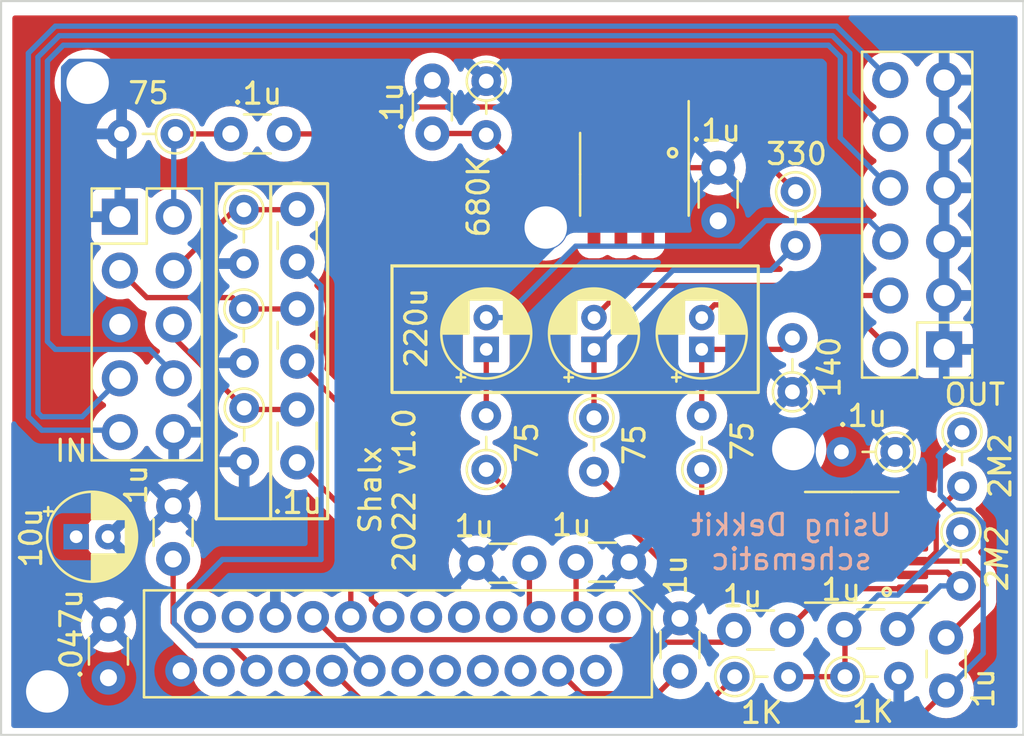
<source format=kicad_pcb>
(kicad_pcb (version 20221018) (generator pcbnew)
  (title_block (title "RGB to Component") (rev "1.0") (company "Shalx"))
  (layers (0 "F.Cu" signal) (31 "B.Cu" signal) (34 "B.Paste" user) (35 "F.Paste" user) (36 "B.SilkS" user "B.Silkscreen") (37 "F.SilkS" user "F.Silkscreen") (38 "B.Mask" user) (39 "F.Mask" user) (44 "Edge.Cuts" user))
  (net 0 "")
  (net 1 "/Sync")
  (net 2 "Net-(U1-Pad2)")
  (net 3 "/R")
  (net 4 "/G")
  (net 5 "/B")
  (net 6 "Net-(C5-Pad1)")
  (net 7 "GND")
  (net 8 "+5V")
  (net 13 "/Laudio")
  (net 14 "/Raudio")
  (net 15 "/Composite")
  (net 16 "/Y")
  (net 17 "/R-Y")
  (net 18 "/B-Y")
  (net 19 "Net-(V1-Pad14)")
  (net 23 "Net-(V1-Pad15)")
  (net 24 "/B-Y Raw")
  (net 25 "/R-Y Raw")
  (net 26 "/B-Y Amp")
  (net 27 "/R-Y Amp")
  (net 28 "/Y Amp")
  (net 29 "Net-(C2-Pad1)")
  (net 30 "Net-(C6-Pad1)")
  (net 31 "/Y+S")
  (net 32 "Net-(C10-Pad1)")
  (net 33 "Net-(V1-Pad20)")
  (net 34 "Net-(V1-Pad4)")
  (net 35 "Net-(V1-Pad5)")
  (net 36 "Net-(V1-Pad3)")
  (net 37 "Net-(C12-Pad2)")
  (net 38 "Net-(C13-Pad2)")
  (net 39 "Net-(C14-Pad2)")
  (net 40 "Net-(U1-Pad1)")
  (net 41 "Net-(V1-Pad16)")
  (net 42 "/Y Raw")
  (footprint "Connector_PinHeader_2.54mm:PinHeader_2x06_P2.54mm_Vertical" (layer "F.Cu") (at 167.005 90.7165 180)
    (fp_text reference "J2" hide)
    (fp_text value "OUTPUT" hide)
    (pad "1" thru_hole rect (at 0 0 180) (size 1.7 1.7) (drill 1) (layers "*.Cu" "*.Mask") (net 7 "GND"))
    (pad "2" thru_hole oval (at 2.54 0 180) (size 1.7 1.7) (drill 1) (layers "*.Cu" "*.Mask") (net 17 "/R-Y"))
    (pad "3" thru_hole oval (at 0 2.54 180) (size 1.7 1.7) (drill 1) (layers "*.Cu" "*.Mask") (net 7 "GND"))
    (pad "4" thru_hole oval (at 2.54 2.54 180) (size 1.7 1.7) (drill 1) (layers "*.Cu" "*.Mask") (net 16 "/Y"))
    (pad "5" thru_hole oval (at 0 5.08 180) (size 1.7 1.7) (drill 1) (layers "*.Cu" "*.Mask") (net 7 "GND"))
    (pad "6" thru_hole oval (at 2.54 5.08 180) (size 1.7 1.7) (drill 1) (layers "*.Cu" "*.Mask") (net 18 "/B-Y"))
    (pad "7" thru_hole oval (at 0 7.62 180) (size 1.7 1.7) (drill 1) (layers "*.Cu" "*.Mask") (net 7 "GND"))
    (pad "8" thru_hole oval (at 2.54 7.62 180) (size 1.7 1.7) (drill 1) (layers "*.Cu" "*.Mask") (net 14 "/Raudio"))
    (pad "9" thru_hole oval (at 0 10.16 180) (size 1.7 1.7) (drill 1) (layers "*.Cu" "*.Mask") (net 7 "GND"))
    (pad "10" thru_hole oval (at 2.54 10.16 180) (size 1.7 1.7) (drill 1) (layers "*.Cu" "*.Mask") (net 13 "/Laudio"))
    (pad "11" thru_hole oval (at 0 12.7 180) (size 1.7 1.7) (drill 1) (layers "*.Cu" "*.Mask") (net 7 "GND"))
    (pad "12" thru_hole oval (at 2.54 12.7 180) (size 1.7 1.7) (drill 1) (layers "*.Cu" "*.Mask") (net 15 "/Composite"))
  )
  (footprint "Package_SO:SO-8_3.9x4.9mm_P1.27mm" (layer "F.Cu") (at 152.4 82.4615 -90)
    (fp_text reference "U1" hide)
    (fp_text value "LM1881")
    (pad "1" smd roundrect (at -2.575 -1.905 270) (size 1.75 0.6) (layers "F.Cu" "F.Paste" "F.Mask") (net 40 "Net-(U1-Pad1)"))
    (pad "2" smd roundrect (at -2.575 -0.635 270) (size 1.75 0.6) (layers "F.Cu" "F.Paste" "F.Mask") (net 2 "Net-(U1-Pad2)"))
    (pad "3" smd roundrect (at -2.575 0.635 270) (size 1.75 0.6) (layers "F.Cu" "F.Paste" "F.Mask"))
    (pad "4" smd roundrect (at -2.575 1.905 270) (size 1.75 0.6) (layers "F.Cu" "F.Paste" "F.Mask") (net 7 "GND"))
    (pad "5" smd roundrect (at 2.575 1.905 270) (size 1.75 0.6) (layers "F.Cu" "F.Paste" "F.Mask"))
    (pad "6" smd roundrect (at 2.575 0.635 270) (size 1.75 0.6) (layers "F.Cu" "F.Paste" "F.Mask") (net 6 "Net-(C5-Pad1)"))
    (pad "7" smd roundrect (at 2.575 -0.635 270) (size 1.75 0.6) (layers "F.Cu" "F.Paste" "F.Mask"))
    (pad "8" smd roundrect (at 2.575 -1.905 270) (size 1.75 0.6) (layers "F.Cu" "F.Paste" "F.Mask") (net 8 "+5V"))
  )
  (footprint "Resistor_THT:R_Axial_DIN0204_L3.6mm_D1.6mm_P2.54mm_Vertical" (layer "F.Cu") (at 133.985 84.13 -90)
    (fp_text reference "R3" hide)
    (fp_text value "100")
    (pad "1" thru_hole circle (at 0 0 270) (size 1.4 1.4) (drill 0.7) (layers "*.Cu" "*.Mask") (net 4 "/G"))
    (pad "2" thru_hole oval (at 2.54 0 270) (size 1.4 1.4) (drill 0.7) (layers "*.Cu" "*.Mask") (net 7 "GND"))
  )
  (footprint "Capacitor_THT:C_Disc_D3.0mm_W1.6mm_P2.50mm" (layer "F.Cu") (at 156.35 82.15 -90)
    (fp_text reference "C18" hide)
    (fp_text value ".1u" (at -1.75 0.1 180) (layer "F.SilkS"))
    (pad "1" thru_hole circle (at 0 0 270) (size 1.6 1.6) (drill 0.8) (layers "*.Cu" "*.Mask") (net 7 "GND"))
    (pad "2" thru_hole circle (at 2.5 0 270) (size 1.6 1.6) (drill 0.8) (layers "*.Cu" "*.Mask") (net 8 "+5V"))
  )
  (footprint "Resistor_THT:R_Axial_DIN0204_L3.6mm_D1.6mm_P2.54mm_Vertical" (layer "F.Cu") (at 130.76 80.5565 180)
    (fp_text reference "R1" hide)
    (fp_text value "75" (at 1.27 1.92) (layer "F.SilkS"))
    (pad "1" thru_hole circle (at 0 0 180) (size 1.4 1.4) (drill 0.7) (layers "*.Cu" "*.Mask") (net 1 "/Sync"))
    (pad "2" thru_hole oval (at 2.54 0 180) (size 1.4 1.4) (drill 0.7) (layers "*.Cu" "*.Mask") (net 7 "GND"))
  )
  (footprint "Resistor_THT:R_Axial_DIN0204_L3.6mm_D1.6mm_P2.54mm_Vertical" (layer "F.Cu") (at 155.575 96.3815 90)
    (fp_text reference "R13" hide)
    (fp_text value "75" (at 1.27 1.92 90) (layer "F.SilkS") (effects (font (thickness 0.15) italic)))
    (pad "1" thru_hole circle (at 0 0 90) (size 1.4 1.4) (drill 0.7) (layers "*.Cu" "*.Mask") (net 27 "/R-Y Amp"))
    (pad "2" thru_hole oval (at 2.54 0 90) (size 1.4 1.4) (drill 0.7) (layers "*.Cu" "*.Mask") (net 32 "Net-(C10-Pad1)"))
  )
  (footprint "Resistor_THT:R_Axial_DIN0204_L3.6mm_D1.6mm_P2.54mm_Vertical" (layer "F.Cu") (at 134 93.48 -90)
    (fp_text reference "R4" hide)
    (fp_text value "75" hide)
    (pad "1" thru_hole circle (at 0 0 270) (size 1.4 1.4) (drill 0.7) (layers "*.Cu" "*.Mask") (net 5 "/B"))
    (pad "2" thru_hole oval (at 2.54 0 270) (size 1.4 1.4) (drill 0.7) (layers "*.Cu" "*.Mask") (net 7 "GND"))
  )
  (footprint "Capacitor_THT:CP_Radial_D4.0mm_P1.50mm" (layer "F.Cu") (at 126.077401 99.55)
    (fp_text reference "C8" hide)
    (fp_text value "10u")
    (pad "1" thru_hole rect (at 0 0) (size 1.2 1.2) (drill 0.6) (layers "*.Cu" "*.Mask") (net 8 "+5V"))
    (pad "2" thru_hole circle (at 1.5 0) (size 1.2 1.2) (drill 0.6) (layers "*.Cu" "*.Mask") (net 7 "GND"))
  )
  (footprint "Resistor_THT:R_Axial_DIN0204_L3.6mm_D1.6mm_P2.54mm_Vertical" (layer "F.Cu") (at 160 83.28 -90)
    (fp_text reference "R6" hide)
    (fp_text value "330" (at -1.78 -0.05) (layer "F.SilkS"))
    (pad "1" thru_hole circle (at 0 0 270) (size 1.4 1.4) (drill 0.7) (layers "*.Cu" "*.Mask") (net 40 "Net-(U1-Pad1)"))
    (pad "2" thru_hole oval (at 2.54 0 270) (size 1.4 1.4) (drill 0.7) (layers "*.Cu" "*.Mask") (net 31 "/Y+S"))
  )
  (footprint "Resistor_THT:R_Axial_DIN0204_L3.6mm_D1.6mm_P2.54mm_Vertical" (layer "F.Cu") (at 162.33 106.15)
    (fp_text reference "R10" hide)
    (fp_text value "1K" (at 1.32 1.65) (layer "F.SilkS"))
    (pad "1" thru_hole circle (at 0 0) (size 1.4 1.4) (drill 0.7) (layers "*.Cu" "*.Mask") (net 42 "/Y Raw"))
    (pad "2" thru_hole oval (at 2.54 0) (size 1.4 1.4) (drill 0.7) (layers "*.Cu" "*.Mask") (net 7 "GND"))
  )
  (footprint "Resistor_THT:R_Axial_DIN0204_L3.6mm_D1.6mm_P2.54mm_Vertical" (layer "F.Cu") (at 167.8 99.33 -90)
    (fp_text reference "R7" hide)
    (fp_text value "2M2" (at 1.27 -1.7 90) (layer "F.SilkS") (effects (font (thickness 0.15) italic)))
    (pad "1" thru_hole circle (at 0 0 270) (size 1.4 1.4) (drill 0.7) (layers "*.Cu" "*.Mask") (net 42 "/Y Raw"))
    (pad "2" thru_hole oval (at 2.54 0 270) (size 1.4 1.4) (drill 0.7) (layers "*.Cu" "*.Mask") (net 38 "Net-(C13-Pad2)"))
  )
  (footprint "Capacitor_THT:C_Disc_D3.0mm_W1.6mm_P2.50mm" (layer "F.Cu") (at 136.5 86.6 90)
    (fp_text reference "C3" hide)
    (fp_text value ".1u")
    (pad "1" thru_hole circle (at 0 0 90) (size 1.6 1.6) (drill 0.8) (layers "*.Cu" "*.Mask") (net 19 "Net-(V1-Pad14)"))
    (pad "2" thru_hole circle (at 2.5 0 90) (size 1.6 1.6) (drill 0.8) (layers "*.Cu" "*.Mask") (net 4 "/G"))
  )
  (footprint "Resistor_THT:R_Axial_DIN0204_L3.6mm_D1.6mm_P2.54mm_Vertical" (layer "F.Cu") (at 164.7 95.55 180)
    (fp_text reference "C19" hide)
    (fp_text value ".1u" (at 1.55 1.7) (layer "F.SilkS"))
    (pad "1" thru_hole circle (at 0 0 180) (size 1.4 1.4) (drill 0.7) (layers "*.Cu" "*.Mask") (net 7 "GND"))
    (pad "2" thru_hole oval (at 2.54 0 180) (size 1.4 1.4) (drill 0.7) (layers "*.Cu" "*.Mask") (net 8 "+5V"))
  )
  (footprint "Resistor_THT:R_Axial_DIN0204_L3.6mm_D1.6mm_P2.54mm_Vertical" (layer "F.Cu") (at 133.985 88.8115 -90)
    (fp_text reference "R2" hide)
    (fp_text value "75" hide)
    (pad "1" thru_hole circle (at 0 0 270) (size 1.4 1.4) (drill 0.7) (layers "*.Cu" "*.Mask") (net 3 "/R"))
    (pad "2" thru_hole oval (at 2.54 0 270) (size 1.4 1.4) (drill 0.7) (layers "*.Cu" "*.Mask") (net 7 "GND"))
  )
  (footprint "Library:ZIP-24" (layer "F.Cu") (at 141.25 104.6 180)
    (fp_text reference "V1" hide)
    (fp_text value "BA7230LS-WinchesterSymbols" hide)
    (pad "1" thru_hole oval (at -10.2235 1.27 180) (size 1.5 1.5) (drill 0.8) (layers "*.Cu" "*.Mask"))
    (pad "2" thru_hole oval (at -9.3345 -1.27 180) (size 1.5 1.5) (drill 0.8) (layers "*.Cu" "*.Mask"))
    (pad "3" thru_hole oval (at -8.4455 1.27 180) (size 1.5 1.5) (drill 0.8) (layers "*.Cu" "*.Mask") (net 36 "Net-(V1-Pad3)"))
    (pad "4" thru_hole oval (at -7.5565 -1.27 180) (size 1.5 1.5) (drill 0.8) (layers "*.Cu" "*.Mask") (net 34 "Net-(V1-Pad4)"))
    (pad "5" thru_hole oval (at -6.6675 1.27 180) (size 1.5 1.5) (drill 0.8) (layers "*.Cu" "*.Mask") (net 35 "Net-(V1-Pad5)"))
    (pad "6" thru_hole oval (at -5.7785 -1.27 180) (size 1.5 1.5) (drill 0.8) (layers "*.Cu" "*.Mask"))
    (pad "7" thru_hole oval (at -4.8895 1.27 180) (size 1.5 1.5) (drill 0.8) (layers "*.Cu" "*.Mask"))
    (pad "8" thru_hole oval (at -4.0005 -1.27 180) (size 1.5 1.5) (drill 0.8) (layers "*.Cu" "*.Mask"))
    (pad "9" thru_hole oval (at -3.1115 1.27 180) (size 1.5 1.5) (drill 0.8) (layers "*.Cu" "*.Mask"))
    (pad "10" thru_hole oval (at -2.2225 -1.27 180) (size 1.5 1.5) (drill 0.8) (layers "*.Cu" "*.Mask"))
    (pad "11" thru_hole oval (at -1.3335 1.27 180) (size 1.5 1.5) (drill 0.8) (layers "*.Cu" "*.Mask"))
    (pad "12" thru_hole oval (at -0.4445 -1.27 180) (size 1.5 1.5) (drill 0.8) (layers "*.Cu" "*.Mask"))
    (pad "13" thru_hole oval (at 0.4445 1.27 180) (size 1.5 1.5) (drill 0.8) (layers "*.Cu" "*.Mask") (net 29 "Net-(C2-Pad1)"))
    (pad "14" thru_hole oval (at 1.3335 -1.27 180) (size 1.5 1.5) (drill 0.8) (layers "*.Cu" "*.Mask") (net 19 "Net-(V1-Pad14)"))
    (pad "15" thru_hole oval (at 2.2225 1.27 180) (size 1.5 1.5) (drill 0.8) (layers "*.Cu" "*.Mask") (net 23 "Net-(V1-Pad15)"))
    (pad "16" thru_hole oval (at 3.1115 -1.27 180) (size 1.5 1.5) (drill 0.8) (layers "*.Cu" "*.Mask") (net 41 "Net-(V1-Pad16)"))
    (pad "17" thru_hole oval (at 4.0005 1.27 180) (size 1.5 1.5) (drill 0.8) (layers "*.Cu" "*.Mask") (net 24 "/B-Y Raw"))
    (pad "18" thru_hole oval (at 4.8895 -1.27 180) (size 1.5 1.5) (drill 0.8) (layers "*.Cu" "*.Mask") (net 25 "/R-Y Raw"))
    (pad "19" thru_hole oval (at 5.7785 1.27 180) (size 1.5 1.5) (drill 0.8) (layers "*.Cu" "*.Mask") (net 7 "GND"))
    (pad "20" thru_hole oval (at 6.6675 -1.27 180) (size 1.5 1.5) (drill 0.8) (layers "*.Cu" "*.Mask") (net 33 "Net-(V1-Pad20)"))
    (pad "21" thru_hole oval (at 7.5565 1.27 180) (size 1.5 1.5) (drill 0.8) (layers "*.Cu" "*.Mask"))
    (pad "22" thru_hole oval (at 8.4455 -1.27 180) (size 1.5 1.5) (drill 0.8) (layers "*.Cu" "*.Mask"))
    (pad "23" thru_hole oval (at 9.3345 1.27 180) (size 1.5 1.5) (drill 0.8) (layers "*.Cu" "*.Mask"))
    (pad "24" thru_hole oval (at 10.2235 -1.27 180) (size 1.5 1.5) (drill 0.8) (layers "*.Cu" "*.Mask") (net 8 "+5V"))
  )
  (footprint "Resistor_THT:R_Axial_DIN0204_L3.6mm_D1.6mm_P2.54mm_Vertical" (layer "F.Cu") (at 157.13 106.15)
    (fp_text reference "R9" hide)
    (fp_text value "1K" (at 1.27 1.7) (layer "F.SilkS"))
    (pad "1" thru_hole circle (at 0 0) (size 1.4 1.4) (drill 0.7) (layers "*.Cu" "*.Mask") (net 41 "Net-(V1-Pad16)"))
    (pad "2" thru_hole oval (at 2.54 0) (size 1.4 1.4) (drill 0.7) (layers "*.Cu" "*.Mask") (net 42 "/Y Raw"))
  )
  (footprint "Capacitor_THT:C_Disc_D3.0mm_W1.6mm_P2.50mm" (layer "F.Cu") (at 136.5 96.05 90)
    (fp_text reference "C4" hide)
    (fp_text value ".1u" (at -1.9 0 180) (layer "F.SilkS"))
    (pad "1" thru_hole circle (at 0 0 90) (size 1.6 1.6) (drill 0.8) (layers "*.Cu" "*.Mask") (net 23 "Net-(V1-Pad15)"))
    (pad "2" thru_hole circle (at 2.5 0 90) (size 1.6 1.6) (drill 0.8) (layers "*.Cu" "*.Mask") (net 5 "/B"))
  )
  (footprint "Resistor_THT:R_Axial_DIN0204_L3.6mm_D1.6mm_P2.54mm_Vertical" (layer "F.Cu") (at 145.415 96.3815 90)
    (fp_text reference "R11" hide)
    (fp_text value "75" (at 1.27 1.92 90) (layer "F.SilkS"))
    (pad "1" thru_hole circle (at 0 0 90) (size 1.4 1.4) (drill 0.7) (layers "*.Cu" "*.Mask") (net 26 "/B-Y Amp"))
    (pad "2" thru_hole oval (at 2.54 0 90) (size 1.4 1.4) (drill 0.7) (layers "*.Cu" "*.Mask") (net 30 "Net-(C6-Pad1)"))
  )
  (footprint "Capacitor_THT:C_Disc_D3.0mm_W1.6mm_P2.50mm" (layer "F.Cu") (at 133.37 80.5565)
    (fp_text reference "C1" hide)
    (fp_text value ".1u" (at 1.25 -1.905) (layer "F.SilkS"))
    (pad "1" thru_hole circle (at 0 0) (size 1.6 1.6) (drill 0.8) (layers "*.Cu" "*.Mask") (net 1 "/Sync"))
    (pad "2" thru_hole circle (at 2.5 0) (size 1.6 1.6) (drill 0.8) (layers "*.Cu" "*.Mask") (net 2 "Net-(U1-Pad2)"))
  )
  (footprint "Capacitor_THT:C_Disc_D3.0mm_W1.6mm_P2.50mm" (layer "F.Cu") (at 149.65 100.75)
    (fp_text reference "C17" hide)
    (fp_text value "1u" (at -0.2 -1.75) (layer "F.SilkS"))
    (pad "1" thru_hole circle (at 0 0) (size 1.6 1.6) (drill 0.8) (layers "*.Cu" "*.Mask") (net 36 "Net-(V1-Pad3)"))
    (pad "2" thru_hole circle (at 2.5 0) (size 1.6 1.6) (drill 0.8) (layers "*.Cu" "*.Mask") (net 7 "GND"))
  )
  (footprint "Capacitor_THT:C_Disc_D3.0mm_W1.6mm_P2.50mm" (layer "F.Cu") (at 127.6 106.2 90)
    (fp_text reference "C7" hide)
    (fp_text value ".047u" (at 2.05 -1.75 90) (layer "F.SilkS"))
    (pad "1" thru_hole circle (at 0 0 90) (size 1.6 1.6) (drill 0.8) (layers "*.Cu" "*.Mask") (net 8 "+5V"))
    (pad "2" thru_hole circle (at 2.5 0 90) (size 1.6 1.6) (drill 0.8) (layers "*.Cu" "*.Mask") (net 7 "GND"))
  )
  (footprint "Capacitor_THT:CP_Radial_D4.0mm_P1.50mm" (layer "F.Cu") (at 155.575 90.7165 90)
    (fp_text reference "C10" hide)
    (fp_text value "220u")
    (pad "1" thru_hole rect (at 0 0 90) (size 1.2 1.2) (drill 0.6) (layers "*.Cu" "*.Mask") (net 32 "Net-(C10-Pad1)"))
    (pad "2" thru_hole circle (at 1.5 0 90) (size 1.2 1.2) (drill 0.6) (layers "*.Cu" "*.Mask") (net 17 "/R-Y"))
  )
  (footprint "Package_SO:TSSOP-14_4.4x5mm_P0.65mm" (layer "F.Cu") (at 162.65 100.05 180)
    (fp_text reference "D1" hide)
    (fp_text value "THS7374")
    (pad "1" smd roundrect (at -2.8625 -1.95 180) (size 1.475 0.4) (layers "F.Cu" "F.Paste" "F.Mask") (net 37 "Net-(C12-Pad2)"))
    (pad "2" smd roundrect (at -2.8625 -1.3 180) (size 1.475 0.4) (layers "F.Cu" "F.Paste" "F.Mask") (net 38 "Net-(C13-Pad2)"))
    (pad "3" smd roundrect (at -2.8625 -0.65 180) (size 1.475 0.4) (layers "F.Cu" "F.Paste" "F.Mask") (net 39 "Net-(C14-Pad2)"))
    (pad "4" smd roundrect (at -2.8625 0 180) (size 1.475 0.4) (layers "F.Cu" "F.Paste" "F.Mask"))
    (pad "5" smd roundrect (at -2.8625 0.65 180) (size 1.475 0.4) (layers "F.Cu" "F.Paste" "F.Mask") (net 7 "GND"))
    (pad "6" smd roundrect (at -2.8625 1.3 180) (size 1.475 0.4) (layers "F.Cu" "F.Paste" "F.Mask") (net 7 "GND"))
    (pad "7" smd roundrect (at -2.8625 1.95 180) (size 1.475 0.4) (layers "F.Cu" "F.Paste" "F.Mask"))
    (pad "8" smd roundrect (at 2.8625 1.95 180) (size 1.475 0.4) (layers "F.Cu" "F.Paste" "F.Mask"))
    (pad "9" smd rect (at 2.8625 1.3 180) (size 1.475 0.4) (layers "F.Cu" "F.Paste" "F.Mask") (net 8 "+5V"))
    (pad "10" smd custom (at 2.8625 0.65 180) (size 1.475 0.4) (layers "F.Cu" "F.Paste" "F.Mask") (net 8 "+5V") (options (clearance outline) (anchor rect)) (primitives))
    (pad "11" smd roundrect (at 2.8625 0 180) (size 1.475 0.4) (layers "F.Cu" "F.Paste" "F.Mask"))
    (pad "12" smd roundrect (at 2.8625 -0.65 180) (size 1.475 0.4) (layers "F.Cu" "F.Paste" "F.Mask") (net 27 "/R-Y Amp"))
    (pad "13" smd roundrect (at 2.8625 -1.3 180) (size 1.475 0.4) (layers "F.Cu" "F.Paste" "F.Mask") (net 28 "/Y Amp"))
    (pad "14" smd roundrect (at 2.8625 -1.95 180) (size 1.475 0.4) (layers "F.Cu" "F.Paste" "F.Mask") (net 26 "/B-Y Amp"))
  )
  (footprint "Capacitor_THT:C_Disc_D3.0mm_W1.6mm_P2.50mm" (layer "F.Cu") (at 157.1 103.95)
    (fp_text reference "C12" hide)
    (fp_text value "1u" (at 0.4 -1.6) (layer "F.SilkS"))
    (pad "1" thru_hole circle (at 0 0) (size 1.6 1.6) (drill 0.8) (layers "*.Cu" "*.Mask") (net 24 "/B-Y Raw"))
    (pad "2" thru_hole circle (at 2.5 0) (size 1.6 1.6) (drill 0.8) (layers "*.Cu" "*.Mask") (net 37 "Net-(C12-Pad2)"))
  )
  (footprint "Capacitor_THT:C_Disc_D3.0mm_W1.6mm_P2.50mm" (layer "F.Cu") (at 154.55 105.9 90)
    (fp_text reference "C15" hide)
    (fp_text value "1u" (at 4.55 -0.2 90) (layer "F.SilkS"))
    (pad "1" thru_hole circle (at 0 0 90) (size 1.6 1.6) (drill 0.8) (layers "*.Cu" "*.Mask") (net 34 "Net-(V1-Pad4)"))
    (pad "2" thru_hole circle (at 2.5 0 90) (size 1.6 1.6) (drill 0.8) (layers "*.Cu" "*.Mask") (net 7 "GND"))
  )
  (footprint "Capacitor_THT:C_Disc_D3.0mm_W1.6mm_P2.50mm" (layer "F.Cu") (at 142.875 80.5365 90)
    (fp_text reference "C5" hide)
    (fp_text value ".1u" (at 1.25 -1.905 90) (layer "F.SilkS"))
    (pad "1" thru_hole circle (at 0 0 90) (size 1.6 1.6) (drill 0.8) (layers "*.Cu" "*.Mask") (net 6 "Net-(C5-Pad1)"))
    (pad "2" thru_hole circle (at 2.5 0 90) (size 1.6 1.6) (drill 0.8) (layers "*.Cu" "*.Mask") (net 7 "GND"))
  )
  (footprint "Connector_PinHeader_2.54mm:PinHeader_2x05_P2.54mm_Vertical" (layer "F.Cu") (at 128.138 84.46)
    (fp_text reference "J1" hide)
    (fp_text value "IN" (at -2.288 11.04) (layer "F.SilkS"))
    (pad "1" thru_hole rect (at 0 0) (size 1.7 1.7) (drill 1) (layers "*.Cu" "*.Mask") (net 7 "GND"))
    (pad "2" thru_hole oval (at 2.54 0) (size 1.7 1.7) (drill 1) (layers "*.Cu" "*.Mask") (net 1 "/Sync"))
    (pad "3" thru_hole oval (at 0 2.54) (size 1.7 1.7) (drill 1) (layers "*.Cu" "*.Mask") (net 3 "/R"))
    (pad "4" thru_hole oval (at 2.54 2.54) (size 1.7 1.7) (drill 1) (layers "*.Cu" "*.Mask") (net 4 "/G"))
    (pad "5" thru_hole oval (at 0 5.08) (size 1.7 1.7) (drill 1) (layers "*.Cu" "*.Mask") (net 8 "+5V"))
    (pad "6" thru_hole oval (at 2.54 5.08) (size 1.7 1.7) (drill 1) (layers "*.Cu" "*.Mask") (net 5 "/B"))
    (pad "7" thru_hole oval (at 0 7.62) (size 1.7 1.7) (drill 1) (layers "*.Cu" "*.Mask") (net 13 "/Laudio"))
    (pad "8" thru_hole oval (at 2.54 7.62) (size 1.7 1.7) (drill 1) (layers "*.Cu" "*.Mask") (net 14 "/Raudio"))
    (pad "9" thru_hole oval (at 0 10.16) (size 1.7 1.7) (drill 1) (layers "*.Cu" "*.Mask") (net 15 "/Composite"))
    (pad "10" thru_hole oval (at 2.54 10.16) (size 1.7 1.7) (drill 1) (layers "*.Cu" "*.Mask") (net 7 "GND"))
  )
  (footprint "Capacitor_THT:CP_Radial_D4.0mm_P1.50mm" (layer "F.Cu") (at 150.495 90.7165 90)
    (fp_text reference "C9" hide)
    (fp_text value "220u" hide)
    (pad "1" thru_hole rect (at 0 0 90) (size 1.2 1.2) (drill 0.6) (layers "*.Cu" "*.Mask") (net 31 "/Y+S"))
    (pad "2" thru_hole circle (at 1.5 0 90) (size 1.2 1.2) (drill 0.6) (layers "*.Cu" "*.Mask") (net 16 "/Y"))
  )
  (footprint "Capacitor_THT:CP_Radial_D4.0mm_P1.50mm" (layer "F.Cu") (at 145.415 90.7165 90)
    (fp_text reference "C6" hide)
    (fp_text value "220u" hide)
    (pad "1" thru_hole rect (at 0 0 90) (size 1.2 1.2) (drill 0.6) (layers "*.Cu" "*.Mask") (net 30 "Net-(C6-Pad1)"))
    (pad "2" thru_hole circle (at 1.5 0 90) (size 1.2 1.2) (drill 0.6) (layers "*.Cu" "*.Mask") (net 18 "/B-Y"))
  )
  (footprint "Resistor_THT:R_Axial_DIN0204_L3.6mm_D1.6mm_P2.54mm_Vertical" (layer "F.Cu") (at 150.495 93.9415 -90)
    (fp_text reference "R12" hide)
    (fp_text value "75" (at 1.27 -1.905 90) (layer "F.SilkS"))
    (pad "1" thru_hole circle (at 0 0 270) (size 1.4 1.4) (drill 0.7) (layers "*.Cu" "*.Mask") (net 31 "/Y+S"))
    (pad "2" thru_hole oval (at 2.54 0 270) (size 1.4 1.4) (drill 0.7) (layers "*.Cu" "*.Mask") (net 28 "/Y Amp"))
  )
  (footprint "Resistor_THT:R_Axial_DIN0204_L3.6mm_D1.6mm_P2.54mm_Vertical" (layer "F.Cu") (at 145.415 78.0665 -90)
    (fp_text reference "R5" hide)
    (fp_text value "680K" (at 5.4335 0.365 -90) (layer "F.SilkS"))
    (pad "1" thru_hole circle (at 0 0 270) (size 1.4 1.4) (drill 0.7) (layers "*.Cu" "*.Mask") (net 7 "GND"))
    (pad "2" thru_hole oval (at 2.54 0 270) (size 1.4 1.4) (drill 0.7) (layers "*.Cu" "*.Mask") (net 6 "Net-(C5-Pad1)"))
  )
  (footprint "Capacitor_THT:C_Disc_D3.0mm_W1.6mm_P2.50mm" (layer "F.Cu") (at 167.1 106.8 90)
    (fp_text reference "C14" hide)
    (fp_text value "1u" (at 0.1 1.75 90) (layer "F.SilkS"))
    (pad "1" thru_hole circle (at 0 0 90) (size 1.6 1.6) (drill 0.8) (layers "*.Cu" "*.Mask") (net 25 "/R-Y Raw"))
    (pad "2" thru_hole circle (at 2.5 0 90) (size 1.6 1.6) (drill 0.8) (layers "*.Cu" "*.Mask") (net 39 "Net-(C14-Pad2)"))
  )
  (footprint "Capacitor_THT:C_Disc_D3.0mm_W1.6mm_P2.50mm" (layer "F.Cu") (at 136.5 91.3 90)
    (fp_text reference "C2" hide)
    (fp_text value ".1u")
    (pad "1" thru_hole circle (at 0 0 90) (size 1.6 1.6) (drill 0.8) (layers "*.Cu" "*.Mask") (net 29 "Net-(C2-Pad1)"))
    (pad "2" thru_hole circle (at 2.5 0 90) (size 1.6 1.6) (drill 0.8) (layers "*.Cu" "*.Mask") (net 3 "/R"))
  )
  (footprint "Resistor_THT:R_Axial_DIN0204_L3.6mm_D1.6mm_P2.54mm_Vertical" (layer "F.Cu") (at 159.85 92.72 90)
    (fp_text reference "R14" hide)
    (fp_text value "140" (at 1.17 1.75 90) (layer "F.SilkS"))
    (pad "1" thru_hole circle (at 0 0 90) (size 1.4 1.4) (drill 0.7) (layers "*.Cu" "*.Mask") (net 7 "GND"))
    (pad "2" thru_hole oval (at 2.54 0 90) (size 1.4 1.4) (drill 0.7) (layers "*.Cu" "*.Mask") (net 32 "Net-(C10-Pad1)"))
  )
  (footprint "Capacitor_THT:C_Disc_D3.0mm_W1.6mm_P2.50mm" (layer "F.Cu") (at 162.3 103.9)
    (fp_text reference "C13" hide)
    (fp_text value "1u" (at -0.15 -1.85) (layer "F.SilkS"))
    (pad "1" thru_hole circle (at 0 0) (size 1.6 1.6) (drill 0.8) (layers "*.Cu" "*.Mask") (net 42 "/Y Raw"))
    (pad "2" thru_hole circle (at 2.5 0) (size 1.6 1.6) (drill 0.8) (layers "*.Cu" "*.Mask") (net 38 "Net-(C13-Pad2)"))
  )
  (footprint "Resistor_THT:R_Axial_DIN0204_L3.6mm_D1.6mm_P2.54mm_Vertical" (layer "F.Cu") (at 167.85 94.63 -90)
    (fp_text reference "R8" hide)
    (fp_text value "2M2" (at 1.57 -1.8 90) (layer "F.SilkS"))
    (pad "1" thru_hole circle (at 0 0 270) (size 1.4 1.4) (drill 0.7) (layers "*.Cu" "*.Mask") (net 25 "/R-Y Raw"))
    (pad "2" thru_hole oval (at 2.54 0 270) (size 1.4 1.4) (drill 0.7) (layers "*.Cu" "*.Mask") (net 39 "Net-(C14-Pad2)"))
  )
  (footprint "Capacitor_THT:C_Disc_D3.0mm_W1.6mm_P2.50mm" (layer "F.Cu") (at 130.65 100.6 90)
    (fp_text reference "C11")
    (fp_text value "1u" (at 3.5 -1.75 90) (layer "F.SilkS"))
    (pad "1" thru_hole circle (at 0 0 90) (size 1.6 1.6) (drill 0.8) (layers "*.Cu" "*.Mask") (net 33 "Net-(V1-Pad20)"))
    (pad "2" thru_hole circle (at 2.5 0 90) (size 1.6 1.6) (drill 0.8) (layers "*.Cu" "*.Mask") (net 7 "GND"))
  )
  (footprint "Capacitor_THT:C_Disc_D3.0mm_W1.6mm_P2.50mm" (layer "F.Cu") (at 147.45 100.8 180)
    (fp_text reference "C16" hide)
    (fp_text value "1u" (at 2.6 1.75) (layer "F.SilkS"))
    (pad "1" thru_hole circle (at 0 0 180) (size 1.6 1.6) (drill 0.8) (layers "*.Cu" "*.Mask") (net 35 "Net-(V1-Pad5)"))
    (pad "2" thru_hole circle (at 2.5 0 180) (size 1.6 1.6) (drill 0.8) (layers "*.Cu" "*.Mask") (net 7 "GND"))
  )
  (gr_line (start 135.25 98.7) (end 135.25 82.9) (stroke (width 0.15)) (layer "F.SilkS"))
  (gr_circle (center 164.3 102.15) (end 164.427 102.023) (stroke (width 0.15)) (fill none) (layer "F.SilkS"))
  (gr_rect (start 132.684 82.8995) (end 137.935 98.7025) (stroke (width 0.15)) (fill none) (layer "F.SilkS"))
  (gr_circle (center 154.2 81.4455) (end 154.327 81.6) (stroke (width 0.15)) (fill none) (layer "F.SilkS"))
  (gr_rect (start 140.97 86.7795) (end 158.242 92.7485) (stroke (width 0.15)) (fill none) (layer "F.SilkS"))
  (gr_rect (start 122.536 74.2915) (end 170.745 108.8965) (stroke (width 0.1)) (fill none) (layer "Edge.Cuts"))
  (gr_text "Shalx" (at 142.45 96.6 90) (layer "F.Cu") (effects (font (size 1 1) (thickness 0.2))))
  (gr_text "Using Dekkit\nschematic" (at 159.8 99.8) (layer "B.SilkS") (effects (font (size 1 1)) (justify mirror)))
  (gr_text "10u" (at 123.95 99.6 90) (layer "F.SilkS") (effects (font (size 1 1))))
  (gr_text "220u" (at 142.113 89.7005 90) (layer "F.SilkS") (effects (font (size 1 1))))
  (gr_text "OUT" (at 168.45 92.85) (layer "F.SilkS") (effects (font (size 1 1))))
  (gr_text "Shalx\n2022 v1.0" (at 140.75 97.35 90) (layer "F.SilkS") (effects (font (size 1 1))))
  (segment (start 130.76 80.5565) (end 133.37 80.5565) (width 0.25) (layer "F.Cu") (net 1))
  (segment (start 130.678 80.6385) (end 130.76 80.5565) (width 0.25) (layer "B.Cu") (net 1))
  (segment (start 130.678 84.46) (end 130.678 80.6385) (width 0.25) (layer "B.Cu") (net 1))
  (segment (start 135.87 80.5565) (end 140.335 80.5565) (width 0.25) (layer "F.Cu") (net 2))
  (segment (start 147.32 78.0165) (end 152.4 78.0165) (width 0.25) (layer "F.Cu") (net 2))
  (segment (start 141.605 79.2865) (end 146.05 79.2865) (width 0.25) (layer "F.Cu") (net 2))
  (segment (start 140.335 80.5565) (end 141.605 79.2865) (width 0.25) (layer "F.Cu") (net 2))
  (segment (start 153.035 78.6515) (end 153.035 79.8865) (width 0.25) (layer "F.Cu") (net 2))
  (segment (start 152.4 78.0165) (end 153.035 78.6515) (width 0.25) (layer "F.Cu") (net 2))
  (segment (start 146.05 79.2865) (end 147.32 78.0165) (width 0.25) (layer "F.Cu") (net 2))
  (segment (start 133.985 88.8115) (end 136.4885 88.8115) (width 0.25) (layer "F.Cu") (net 3))
  (segment (start 129.412278 88.274278) (end 133.447778 88.274278) (width 0.25) (layer "F.Cu") (net 3))
  (segment (start 133.447778 88.274278) (end 133.985 88.8115) (width 0.25) (layer "F.Cu") (net 3))
  (segment (start 128.138 87) (end 129.412278 88.274278) (width 0.25) (layer "F.Cu") (net 3))
  (segment (start 136.4885 88.8115) (end 136.5 88.8) (width 0.25) (layer "F.Cu") (net 3))
  (segment (start 130.678 87) (end 133.548 84.13) (width 0.25) (layer "F.Cu") (net 4))
  (segment (start 136.47 84.13) (end 136.5 84.1) (width 0.25) (layer "F.Cu") (net 4))
  (segment (start 133.985 84.13) (end 136.47 84.13) (width 0.25) (layer "F.Cu") (net 4))
  (segment (start 133.548 84.13) (end 133.985 84.13) (width 0.25) (layer "F.Cu") (net 4))
  (segment (start 130.678 90.158) (end 130.678 89.54) (width 0.25) (layer "F.Cu") (net 5))
  (segment (start 134 93.48) (end 130.678 90.158) (width 0.25) (layer "F.Cu") (net 5))
  (segment (start 134.07 93.55) (end 134 93.48) (width 0.25) (layer "F.Cu") (net 5))
  (segment (start 136.5 93.55) (end 134.07 93.55) (width 0.25) (layer "F.Cu") (net 5))
  (segment (start 151.765 85.0365) (end 151.765 84.760428) (width 0.25) (layer "F.Cu") (net 6))
  (segment (start 150.101072 83.0965) (end 147.955 83.0965) (width 0.25) (layer "F.Cu") (net 6))
  (segment (start 145.415 80.6065) (end 147.93 83.1215) (width 0.25) (layer "F.Cu") (net 6))
  (segment (start 147.955 83.0965) (end 147.93 83.1215) (width 0.25) (layer "F.Cu") (net 6))
  (segment (start 145.345 80.5365) (end 145.415 80.6065) (width 0.25) (layer "F.Cu") (net 6))
  (segment (start 142.875 80.5365) (end 145.345 80.5365) (width 0.25) (layer "F.Cu") (net 6))
  (segment (start 151.765 84.760428) (end 150.101072 83.0965) (width 0.25) (layer "F.Cu") (net 6))
  (segment (start 164.823959 98.75) (end 163.95 97.876041) (width 0.25) (layer "F.Cu") (net 7))
  (segment (start 165.5125 99.4) (end 165.5125 98.75) (width 0.25) (layer "F.Cu") (net 7))
  (segment (start 152.481749 82.15) (end 156.35 82.15) (width 0.25) (layer "F.Cu") (net 7))
  (segment (start 150.495 79.8865) (end 150.495 80.163251) (width 0.25) (layer "F.Cu") (net 7))
  (segment (start 165.5125 98.75) (end 164.823959 98.75) (width 0.25) (layer "F.Cu") (net 7))
  (segment (start 163.95 96.3) (end 164.7 95.55) (width 0.25) (layer "F.Cu") (net 7))
  (segment (start 150.495 80.163251) (end 152.481749 82.15) (width 0.25) (layer "F.Cu") (net 7))
  (segment (start 163.95 97.876041) (end 163.95 96.3) (width 0.25) (layer "F.Cu") (net 7))
  (via (at 124.714 106.8455) (size 2.3) (drill 2) (layers "F.Cu" "B.Cu") (remove_unused_layers) (zone_layer_connections "B.Cu") (net 7))
  (via (at 126.619 78.1435) (size 2.1) (drill 2) (layers "F.Cu" "B.Cu") (net 7))
  (via (at 159.893 95.4155) (size 2.1) (drill 2) (layers "F.Cu" "B.Cu") (net 7))
  (via (at 148.22 84.97) (size 2.1) (drill 2) (layers "F.Cu" "B.Cu") (net 7))
  (segment (start 162.56 78.6465) (end 162.56 76.7465) (width 0.25) (layer "B.Cu") (net 13))
  (segment (start 126.365 93.8915) (end 128.27 91.9865) (width 0.25) (layer "B.Cu") (net 13))
  (segment (start 161.73952 75.92602) (end 125.281198 75.92602) (width 0.25) (layer "B.Cu") (net 13))
  (segment (start 124.27452 76.932698) (end 124.27452 93.705302) (width 0.25) (layer "B.Cu") (net 13))
  (segment (start 124.460718 93.8915) (end 126.365 93.8915) (width 0.25) (layer "B.Cu") (net 13))
  (segment (start 163.835 79.9215) (end 162.56 78.6465) (width 0.25) (layer "B.Cu") (net 13))
  (segment (start 162.56 76.7465) (end 161.73952 75.92602) (width 0.25) (layer "B.Cu") (net 13))
  (segment (start 124.27452 93.705302) (end 124.460718 93.8915) (width 0.25) (layer "B.Cu") (net 13))
  (segment (start 125.281198 75.92602) (end 124.27452 76.932698) (width 0.25) (layer "B.Cu") (net 13))
  (segment (start 125.467396 76.37554) (end 161.553322 76.37554) (width 0.25) (layer "B.Cu") (net 14))
  (segment (start 125.095 90.7165) (end 124.72404 90.34554) (width 0.25) (layer "B.Cu") (net 14))
  (segment (start 162.11048 80.73698) (end 163.835 82.4615) (width 0.25) (layer "B.Cu") (net 14))
  (segment (start 161.553322 76.37554) (end 162.11048 76.932698) (width 0.25) (layer "B.Cu") (net 14))
  (segment (start 124.72404 77.118896) (end 125.467396 76.37554) (width 0.25) (layer "B.Cu") (net 14))
  (segment (start 162.11048 76.932698) (end 162.11048 80.73698) (width 0.25) (layer "B.Cu") (net 14))
  (segment (start 129.54 90.7165) (end 125.095 90.7165) (width 0.25) (layer "B.Cu") (net 14))
  (segment (start 130.81 91.9865) (end 129.54 90.7165) (width 0.25) (layer "B.Cu") (net 14))
  (segment (start 124.72404 90.34554) (end 124.72404 77.118896) (width 0.25) (layer "B.Cu") (net 14))
  (segment (start 161.93 75.4765) (end 163.835 77.3815) (width 0.25) (layer "B.Cu") (net 15))
  (segment (start 123.825 76.7465) (end 125.095 75.4765) (width 0.25) (layer "B.Cu") (net 15))
  (segment (start 124.46 94.5265) (end 123.825 93.8915) (width 0.25) (layer "B.Cu") (net 15))
  (segment (start 128.27 94.5265) (end 124.46 94.5265) (width 0.25) (layer "B.Cu") (net 15))
  (segment (start 123.825 93.8915) (end 123.825 76.7465) (width 0.25) (layer "B.Cu") (net 15))
  (segment (start 125.095 75.4765) (end 161.93 75.4765) (width 0.25) (layer "B.Cu") (net 15))
  (segment (start 164.465 88.1765) (end 162.8765 88.1765) (width 0.25) (layer "F.Cu") (net 16))
  (segment (start 162.4 87.7) (end 152.0115 87.7) (width 0.25) (layer "F.Cu") (net 16))
  (segment (start 152.0115 87.7) (end 150.495 89.2165) (width 0.25) (layer "F.Cu") (net 16))
  (segment (start 162.8765 88.1765) (end 162.4 87.7) (width 0.25) (layer "F.Cu") (net 16))
  (segment (start 162.365 88.6165) (end 156.175 88.6165) (width 0.25) (layer "F.Cu") (net 17))
  (segment (start 164.465 90.7165) (end 162.365 88.6165) (width 0.25) (layer "F.Cu") (net 17))
  (segment (start 156.175 88.6165) (end 155.575 89.2165) (width 0.25) (layer "F.Cu") (net 17))
  (segment (start 145.415 89.2165) (end 146.263528 89.2165) (width 0.25) (layer "B.Cu") (net 18))
  (segment (start 163.4735 84.645) (end 164.465 85.6365) (width 0.25) (layer "B.Cu") (net 18))
  (segment (start 158.575431 84.645) (end 163.4735 84.645) (width 0.25) (layer "B.Cu") (net 18))
  (segment (start 157.370431 85.85) (end 158.575431 84.645) (width 0.25) (layer "B.Cu") (net 18))
  (segment (start 149.630028 85.85) (end 157.370431 85.85) (width 0.25) (layer "B.Cu") (net 18))
  (segment (start 146.263528 89.2165) (end 149.630028 85.85) (width 0.25) (layer "B.Cu") (net 18))
  (segment (start 131.745559 104.680339) (end 138.726839 104.680339) (width 0.25) (layer "B.Cu") (net 19))
  (segment (start 136.5 86.6) (end 137.625 87.725) (width 0.25) (layer "B.Cu") (net 19))
  (segment (start 138.726839 104.680339) (end 139.9165 105.87) (width 0.25) (layer "B.Cu") (net 19))
  (segment (start 130.7 103.63478) (end 131.745559 104.680339) (width 0.25) (layer "B.Cu") (net 19))
  (segment (start 130.7 102.9) (end 130.7 103.63478) (width 0.25) (layer "B.Cu") (net 19))
  (segment (start 137.625 100.625) (end 132.975 100.625) (width 0.25) (layer "B.Cu") (net 19))
  (segment (start 137.625 87.725) (end 137.625 100.625) (width 0.25) (layer "B.Cu") (net 19))
  (segment (start 132.975 100.625) (end 130.7 102.9) (width 0.25) (layer "B.Cu") (net 19))
  (segment (start 139.0275 103.33) (end 139.0275 98.5775) (width 0.25) (layer "F.Cu") (net 23))
  (segment (start 139.0275 98.5775) (end 136.5 96.05) (width 0.25) (layer "F.Cu") (net 23))
  (segment (start 153.365 104.525) (end 153.245 104.405) (width 0.25) (layer "F.Cu") (net 24))
  (segment (start 153.245 104.405) (end 138.3245 104.405) (width 0.25) (layer "F.Cu") (net 24))
  (segment (start 156.525 104.525) (end 153.365 104.525) (width 0.25) (layer "F.Cu") (net 24))
  (segment (start 138.3245 104.405) (end 137.2495 103.33) (width 0.25) (layer "F.Cu") (net 24))
  (segment (start 157.1 103.95) (end 156.525 104.525) (width 0.25) (layer "F.Cu") (net 24))
  (segment (start 138.342051 107.851551) (end 136.3605 105.87) (width 0.25) (layer "F.Cu") (net 25))
  (segment (start 167.1 106.8) (end 166.048449 107.851551) (width 0.25) (layer "F.Cu") (net 25))
  (segment (start 166.048449 107.851551) (end 138.342051 107.851551) (width 0.25) (layer "F.Cu") (net 25))
  (segment (start 168.85 98.930431) (end 168.85 105.05) (width 0.25) (layer "B.Cu") (net 25))
  (segment (start 166.825 97.594569) (end 167.535431 98.305) (width 0.25) (layer "B.Cu") (net 25))
  (segment (start 167.85 94.63) (end 166.825 95.655) (width 0.25) (layer "B.Cu") (net 25))
  (segment (start 166.825 95.655) (end 166.825 97.594569) (width 0.25) (layer "B.Cu") (net 25))
  (segment (start 168.224569 98.305) (end 168.85 98.930431) (width 0.25) (layer "B.Cu") (net 25))
  (segment (start 166.725 95.755) (end 167.85 94.63) (width 0.25) (layer "B.Cu") (net 25))
  (segment (start 168.85 105.05) (end 167.1 106.8) (width 0.25) (layer "B.Cu") (net 25))
  (segment (start 167.535431 98.305) (end 168.224569 98.305) (width 0.25) (layer "B.Cu") (net 25))
  (segment (start 151.640991 98.65) (end 147.6835 98.65) (width 0.25) (layer "F.Cu") (net 26))
  (segment (start 159.7875 102) (end 154.990991 102) (width 0.25) (layer "F.Cu") (net 26))
  (segment (start 147.6835 98.65) (end 145.415 96.3815) (width 0.25) (layer "F.Cu") (net 26))
  (segment (start 154.990991 102) (end 151.640991 98.65) (width 0.25) (layer "F.Cu") (net 26))
  (segment (start 159.7875 100.7) (end 157.95 100.7) (width 0.25) (layer "F.Cu") (net 27))
  (segment (start 157.95 100.7) (end 155.575 98.325) (width 0.25) (layer "F.Cu") (net 27))
  (segment (start 155.575 98.325) (end 155.575 96.3815) (width 0.25) (layer "F.Cu") (net 27))
  (segment (start 151.715 97.7015) (end 150.495 96.4815) (width 0.25) (layer "F.Cu") (net 28))
  (segment (start 155.3635 101.35) (end 151.715 97.7015) (width 0.25) (layer "F.Cu") (net 28))
  (segment (start 159.7875 101.35) (end 155.3635 101.35) (width 0.25) (layer "F.Cu") (net 28))
  (segment (start 140 94.8) (end 136.5 91.3) (width 0.25) (layer "F.Cu") (net 29))
  (segment (start 140 102.5245) (end 140.8055 103.33) (width 0.25) (layer "F.Cu") (net 29))
  (segment (start 140 102.5245) (end 140 94.8) (width 0.25) (layer "F.Cu") (net 29))
  (segment (start 145.415 93.8415) (end 145.415 90.7165) (width 0.25) (layer "F.Cu") (net 30))
  (segment (start 150.495 93.9415) (end 150.495 90.7165) (width 0.25) (layer "F.Cu") (net 31))
  (segment (start 158.83 86.99) (end 160 85.82) (width 0.25) (layer "B.Cu") (net 31))
  (segment (start 150.495 90.7165) (end 154.2215 86.99) (width 0.25) (layer "B.Cu") (net 31))
  (segment (start 154.2215 86.99) (end 158.83 86.99) (width 0.25) (layer "B.Cu") (net 31))
  (segment (start 155.575 93.8415) (end 155.575 90.7165) (width 0.25) (layer "F.Cu") (net 32))
  (segment (start 159.3135 90.7165) (end 159.85 90.18) (width 0.25) (layer "F.Cu") (net 32))
  (segment (start 155.575 90.7165) (end 159.3135 90.7165) (width 0.25) (layer "F.Cu") (net 32))
  (segment (start 131.745559 104.680339) (end 133.392839 104.680339) (width 0.25) (layer "F.Cu") (net 33))
  (segment (start 133.392839 104.680339) (end 134.5825 105.87) (width 0.25) (layer "F.Cu") (net 33))
  (segment (start 130.65 100.6) (end 130.65 103.58478) (width 0.25) (layer "F.Cu") (net 33))
  (segment (start 130.65 103.58478) (end 131.745559 104.680339) (width 0.25) (layer "F.Cu") (net 33))
  (segment (start 149.888051 106.951551) (end 153.498449 106.951551) (width 0.25) (layer "F.Cu") (net 34))
  (segment (start 148.8065 105.87) (end 149.888051 106.951551) (width 0.25) (layer "F.Cu") (net 34))
  (segment (start 153.498449 106.951551) (end 154.55 105.9) (width 0.25) (layer "F.Cu") (net 34))
  (segment (start 147.45 102.8625) (end 147.9175 103.33) (width 0.25) (layer "F.Cu") (net 35))
  (segment (start 147.45 100.8) (end 147.45 102.8625) (width 0.25) (layer "F.Cu") (net 35))
  (segment (start 149.65 103.2845) (end 149.6955 103.33) (width 0.25) (layer "F.Cu") (net 36))
  (segment (start 149.65 100.75) (end 149.65 103.2845) (width 0.25) (layer "F.Cu") (net 36))
  (segment (start 161.55 102) (end 165.5125 102) (width 0.25) (layer "F.Cu") (net 37))
  (segment (start 159.6 103.95) (end 161.55 102) (width 0.25) (layer "F.Cu") (net 37))
  (segment (start 167.155 101.225) (end 166.25 101.225) (width 0.25) (layer "F.Cu") (net 38))
  (segment (start 167.8 101.87) (end 167.155 101.225) (width 0.25) (layer "F.Cu") (net 38))
  (segment (start 164.8 103.9) (end 166.83 101.87) (width 0.25) (layer "B.Cu") (net 38))
  (segment (start 166.83 101.87) (end 167.8 101.87) (width 0.25) (layer "B.Cu") (net 38))
  (segment (start 166.201041 100.7) (end 166.631931 100.26911) (width 0.25) (layer "F.Cu") (net 39))
  (segment (start 168.079569 100.7) (end 165.5125 100.7) (width 0.25) (layer "F.Cu") (net 39))
  (segment (start 166.631931 100.26911) (end 166.631931 98.388069) (width 0.25) (layer "F.Cu") (net 39))
  (segment (start 166.631931 98.388069) (end 167.85 97.17) (width 0.25) (layer "F.Cu") (net 39))
  (segment (start 168.825 101.445431) (end 168.079569 100.7) (width 0.25) (layer "F.Cu") (net 39))
  (segment (start 165.5125 100.7) (end 166.201041 100.7) (width 0.25) (layer "F.Cu") (net 39))
  (segment (start 168.825 102.575) (end 168.825 101.445431) (width 0.25) (layer "F.Cu") (net 39))
  (segment (start 167.1 104.3) (end 168.825 102.575) (width 0.25) (layer "F.Cu") (net 39))
  (segment (start 158.95 82.23) (end 160 83.28) (width 0.25) (layer "F.Cu") (net 40))
  (segment (start 154.305 79.8865) (end 156.646449 79.8865) (width 0.25) (layer "F.Cu") (net 40))
  (segment (start 158.95 82.190051) (end 156.646449 79.8865) (width 0.25) (layer "F.Cu") (net 40))
  (segment (start 158.95 82.190051) (end 158.95 82.23) (width 0.25) (layer "F.Cu") (net 40))
  (segment (start 139.670051 107.401551) (end 138.1385 105.87) (width 0.25) (layer "F.Cu") (net 41))
  (segment (start 155.878449 107.401551) (end 139.670051 107.401551) (width 0.25) (layer "F.Cu") (net 41))
  (segment (start 157.13 106.15) (end 155.878449 107.401551) (width 0.25) (layer "F.Cu") (net 41))
  (segment (start 162.33 103.93) (end 162.3 103.9) (width 0.25) (layer "F.Cu") (net 42))
  (segment (start 162.33 106.15) (end 162.33 103.93) (width 0.25) (layer "F.Cu") (net 42))
  (segment (start 159.67 106.15) (end 162.33 106.15) (width 0.25) (layer "F.Cu") (net 42))
  (segment (start 163.9 102.3) (end 162.3 103.9) (width 0.25) (layer "B.Cu") (net 42))
  (segment (start 167.8 99.33) (end 164.83 102.3) (width 0.25) (layer "B.Cu") (net 42))
  (segment (start 164.83 102.3) (end 163.9 102.3) (width 0.25) (layer "B.Cu") (net 42))
  (zone (net 8) (net_name "+5V") (layer "F.Cu") (connect_pads yes (clearance 0.508)) (min_thickness 0.254) (fill yes (thermal_gap 0.508) (thermal_bridge_width 0.508))
    (polygon (pts (xy 170.468 108.3695) (xy 123.067 108.3695) (xy 123.067 74.9685) (xy 170.468 74.9685)))
  )
  (zone (net 7) (net_name "GND") (layer "B.Cu") (connect_pads (clearance 0.508)) (min_thickness 0.254) (fill yes (thermal_gap 0.508) (thermal_bridge_width 0.508))
    (polygon (pts (xy 170.468 108.5695) (xy 123.017 108.5695) (xy 123.017 74.9685) (xy 170.468 74.9685)))
  )
)
</source>
